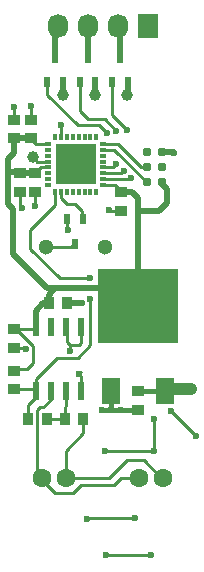
<source format=gtl>
G04 #@! TF.FileFunction,Copper,L1,Top,Signal*
%FSLAX46Y46*%
G04 Gerber Fmt 4.6, Leading zero omitted, Abs format (unit mm)*
G04 Created by KiCad (PCBNEW 4.0.2-4+6225~38~ubuntu15.10.1-stable) date Mon 28 Mar 2016 00:38:38 BST*
%MOMM*%
G01*
G04 APERTURE LIST*
%ADD10C,0.100000*%
%ADD11R,1.000000X0.950000*%
%ADD12R,0.950000X1.000000*%
%ADD13R,0.600000X1.550000*%
%ADD14C,1.600000*%
%ADD15C,0.787000*%
%ADD16R,1.727200X2.032000*%
%ADD17O,1.727200X2.032000*%
%ADD18C,1.300000*%
%ADD19R,6.740000X6.230000*%
%ADD20R,1.524000X2.280000*%
%ADD21R,0.600000X0.300000*%
%ADD22R,0.300000X0.600000*%
%ADD23R,2.000000X2.000000*%
%ADD24R,1.000000X1.000000*%
%ADD25C,0.600000*%
%ADD26R,3.450000X3.450000*%
%ADD27R,0.550000X0.850000*%
%ADD28C,1.000000*%
%ADD29C,0.250000*%
%ADD30C,0.500000*%
%ADD31C,0.400000*%
%ADD32C,1.000000*%
G04 APERTURE END LIST*
D10*
D11*
X117000000Y-95300000D03*
X117000000Y-93700000D03*
X117000000Y-77550000D03*
X117000000Y-75950000D03*
X118500000Y-77550000D03*
X118500000Y-75950000D03*
X118800000Y-80500000D03*
X118800000Y-82100000D03*
X126100000Y-82100000D03*
X126100000Y-83700000D03*
X127500000Y-98950000D03*
X127500000Y-100550000D03*
D12*
X119950000Y-91500000D03*
X121550000Y-91500000D03*
D13*
X118845000Y-98950000D03*
X120115000Y-98950000D03*
X121385000Y-98950000D03*
X122655000Y-98950000D03*
X122655000Y-93550000D03*
X121385000Y-93550000D03*
X120115000Y-93550000D03*
X118845000Y-93550000D03*
D14*
X119400000Y-106300000D03*
X121400000Y-106300000D03*
X127600000Y-106300000D03*
X129600000Y-106300000D03*
D15*
X129520000Y-81270000D03*
X128250000Y-81270000D03*
X129520000Y-80000000D03*
X128250000Y-80000000D03*
X129520000Y-78730000D03*
X128250000Y-78730000D03*
D16*
X128330000Y-68000000D03*
D17*
X125790000Y-68000000D03*
X123250000Y-68000000D03*
X120710000Y-68000000D03*
D11*
X117000000Y-97200000D03*
X117000000Y-98800000D03*
D18*
X124750000Y-86750000D03*
X119750000Y-86750000D03*
D19*
X127530000Y-91750000D03*
D20*
X125250000Y-98895000D03*
X129810000Y-98895000D03*
D21*
X119900000Y-78000000D03*
X119900000Y-78500000D03*
X119900000Y-79000000D03*
X119900000Y-79500000D03*
X119900000Y-80000000D03*
X119900000Y-80500000D03*
X119900000Y-81000000D03*
X119900000Y-81500000D03*
D22*
X120500000Y-82100000D03*
X121000000Y-82100000D03*
X121500000Y-82100000D03*
X122000000Y-82100000D03*
X122500000Y-82100000D03*
X123000000Y-82100000D03*
X123500000Y-82100000D03*
X124000000Y-82100000D03*
D21*
X124600000Y-81500000D03*
X124600000Y-81000000D03*
X124600000Y-80500000D03*
X124600000Y-80000000D03*
X124600000Y-79500000D03*
X124600000Y-79000000D03*
X124600000Y-78500000D03*
X124600000Y-78000000D03*
D22*
X124000000Y-77400000D03*
X123500000Y-77400000D03*
X123000000Y-77400000D03*
X122500000Y-77400000D03*
X122000000Y-77400000D03*
X121500000Y-77400000D03*
X121000000Y-77400000D03*
X120500000Y-77400000D03*
D23*
X122250000Y-79750000D03*
D24*
X122250000Y-79750000D03*
D25*
X121000000Y-78500000D03*
X121000000Y-81000000D03*
X123500000Y-78500000D03*
X123500000Y-81000000D03*
D26*
X122250000Y-79750000D03*
D27*
X125350000Y-72800000D03*
X126650000Y-72800000D03*
X126000000Y-70700000D03*
X122600000Y-72800000D03*
X123900000Y-72800000D03*
X123250000Y-70700000D03*
X119850000Y-72800000D03*
X121150000Y-72800000D03*
X120500000Y-70700000D03*
X122850000Y-84350000D03*
X121550000Y-84350000D03*
X122200000Y-86450000D03*
D11*
X117500000Y-80500000D03*
X117500000Y-82100000D03*
D28*
X118600000Y-79100000D03*
D12*
X121300000Y-101300000D03*
X122900000Y-101300000D03*
X118200000Y-101300000D03*
X119800000Y-101300000D03*
D25*
X124800000Y-112800000D03*
X128600000Y-112800000D03*
X123200000Y-109800000D03*
X127300000Y-109700000D03*
X128900000Y-101300000D03*
X128900000Y-104000000D03*
X130300000Y-100600000D03*
X132400000Y-102700000D03*
X124700000Y-104000000D03*
X118000000Y-95400000D03*
X121800000Y-95500000D03*
X121000000Y-76400000D03*
D28*
X126600000Y-73900000D03*
X123900000Y-73900000D03*
X121200000Y-73900000D03*
D25*
X118800000Y-83300000D03*
X117700000Y-83400000D03*
X118500000Y-74800000D03*
X117000000Y-74900000D03*
X130600000Y-78800000D03*
X125100000Y-83600000D03*
X121600000Y-85300000D03*
X122750000Y-91500000D03*
X124500000Y-100500000D03*
X125250000Y-100500000D03*
X126050000Y-100550000D03*
X122500000Y-97500000D03*
X132000000Y-98750000D03*
X123500000Y-89400000D03*
X123500000Y-91100000D03*
X126600000Y-76800000D03*
X126900000Y-80900000D03*
X125700000Y-76900000D03*
X126300000Y-80300000D03*
X125700000Y-79700000D03*
X124900000Y-77100000D03*
D29*
X124800000Y-112800000D02*
X128600000Y-112800000D01*
X127300000Y-109700000D02*
X123300000Y-109700000D01*
X123300000Y-109700000D02*
X123200000Y-109800000D01*
X124700000Y-104000000D02*
X128900000Y-104000000D01*
X128900000Y-101300000D02*
X128900000Y-104000000D01*
X130300000Y-100600000D02*
X132400000Y-102700000D01*
X117000000Y-95300000D02*
X117900000Y-95300000D01*
X117900000Y-95300000D02*
X118000000Y-95400000D01*
X121800000Y-95000000D02*
X121800000Y-95500000D01*
X121000000Y-77400000D02*
X121000000Y-76400000D01*
D30*
X126650000Y-72800000D02*
X126650000Y-73850000D01*
X126650000Y-73850000D02*
X126600000Y-73900000D01*
X123900000Y-72800000D02*
X123900000Y-73900000D01*
X121150000Y-72800000D02*
X121150000Y-73850000D01*
X121150000Y-73850000D02*
X121200000Y-73900000D01*
D29*
X118800000Y-82100000D02*
X118800000Y-83300000D01*
X117500000Y-82100000D02*
X117500000Y-83200000D01*
X117500000Y-83200000D02*
X117700000Y-83400000D01*
X118500000Y-75950000D02*
X118500000Y-74800000D01*
X117000000Y-75950000D02*
X117000000Y-74900000D01*
D30*
X129520000Y-78730000D02*
X130530000Y-78730000D01*
X130530000Y-78730000D02*
X130600000Y-78800000D01*
D29*
X126100000Y-83700000D02*
X125200000Y-83700000D01*
X125200000Y-83700000D02*
X125100000Y-83600000D01*
X121550000Y-84350000D02*
X121550000Y-85250000D01*
X121550000Y-85250000D02*
X121600000Y-85300000D01*
D30*
X121550000Y-91500000D02*
X122750000Y-91500000D01*
D31*
X125250000Y-100500000D02*
X125250000Y-98895000D01*
X125250000Y-100500000D02*
X124500000Y-100500000D01*
X126050000Y-100550000D02*
X125300000Y-100550000D01*
X125300000Y-100550000D02*
X125250000Y-100500000D01*
X127500000Y-100550000D02*
X126050000Y-100550000D01*
X125250000Y-99750000D02*
X125250000Y-98895000D01*
D29*
X122500000Y-95000000D02*
X122655000Y-94845000D01*
X122655000Y-94845000D02*
X122655000Y-93550000D01*
X121750000Y-95000000D02*
X121800000Y-95000000D01*
X121800000Y-95000000D02*
X122500000Y-95000000D01*
X121500000Y-94750000D02*
X121750000Y-95000000D01*
X121500000Y-94140000D02*
X121500000Y-94750000D01*
X121385000Y-93550000D02*
X121385000Y-94025000D01*
X121385000Y-94025000D02*
X121500000Y-94140000D01*
X122655000Y-97345000D02*
X122500000Y-97500000D01*
X122655000Y-98950000D02*
X122655000Y-97655000D01*
X122655000Y-97655000D02*
X122500000Y-97500000D01*
X117000000Y-93700000D02*
X117200000Y-93700000D01*
X117200000Y-93700000D02*
X118600000Y-95100000D01*
X118100000Y-97100000D02*
X117100000Y-97100000D01*
X118600000Y-96600000D02*
X118100000Y-97100000D01*
X118600000Y-95100000D02*
X118600000Y-96600000D01*
X117100000Y-97100000D02*
X117000000Y-97200000D01*
X124600000Y-81500000D02*
X125600000Y-81500000D01*
X125600000Y-81500000D02*
X126100000Y-82000000D01*
X126100000Y-82000000D02*
X126100000Y-82100000D01*
D30*
X127500000Y-83700000D02*
X127500000Y-82600000D01*
X127000000Y-82100000D02*
X126100000Y-82100000D01*
X127500000Y-82600000D02*
X127000000Y-82100000D01*
X127530000Y-83700000D02*
X127500000Y-83700000D01*
X127500000Y-83700000D02*
X129300000Y-83700000D01*
X130000000Y-81800000D02*
X129500000Y-81300000D01*
X130000000Y-83000000D02*
X130000000Y-81800000D01*
X129300000Y-83700000D02*
X130000000Y-83000000D01*
X129500000Y-81300000D02*
X129520000Y-81270000D01*
X127530000Y-91750000D02*
X127530000Y-83700000D01*
D29*
X119900000Y-78000000D02*
X118900000Y-78000000D01*
X118900000Y-78000000D02*
X118500000Y-77600000D01*
X118500000Y-77600000D02*
X118500000Y-77550000D01*
X119900000Y-80000000D02*
X119300000Y-80000000D01*
X119300000Y-80000000D02*
X118900000Y-80400000D01*
X118900000Y-80400000D02*
X118800000Y-80500000D01*
D30*
X117500000Y-80500000D02*
X118700000Y-80500000D01*
X118700000Y-80500000D02*
X118800000Y-80500000D01*
X116500000Y-80400000D02*
X117300000Y-80400000D01*
X117300000Y-80400000D02*
X117400000Y-80500000D01*
X117400000Y-80500000D02*
X117500000Y-80500000D01*
X117000000Y-77550000D02*
X118450000Y-77550000D01*
X118450000Y-77550000D02*
X118500000Y-77600000D01*
X118500000Y-77600000D02*
X118500000Y-77550000D01*
X116500000Y-82100000D02*
X116500000Y-80400000D01*
X116500000Y-80400000D02*
X116500000Y-79300000D01*
X117000000Y-78800000D02*
X117000000Y-77600000D01*
X116500000Y-79300000D02*
X117000000Y-78800000D01*
X117000000Y-77600000D02*
X117000000Y-77550000D01*
X120500000Y-90250000D02*
X119850000Y-90250000D01*
X116500000Y-83100000D02*
X116500000Y-82100000D01*
X116500000Y-82100000D02*
X116500000Y-82200000D01*
X116900000Y-83500000D02*
X116500000Y-83100000D01*
X116900000Y-87300000D02*
X116900000Y-83500000D01*
X119850000Y-90250000D02*
X116900000Y-87300000D01*
X120500000Y-90250000D02*
X120500000Y-90250000D01*
X120500000Y-90250000D02*
X126030000Y-90250000D01*
X126030000Y-90250000D02*
X127530000Y-91750000D01*
X119950000Y-90800000D02*
X120500000Y-90250000D01*
X119950000Y-91500000D02*
X119950000Y-90800000D01*
X118845000Y-92155000D02*
X119500000Y-91500000D01*
X119500000Y-91500000D02*
X119950000Y-91500000D01*
X118845000Y-93550000D02*
X118845000Y-92155000D01*
D29*
X117000000Y-93700000D02*
X118695000Y-93700000D01*
X118695000Y-93700000D02*
X118845000Y-93550000D01*
D31*
X127500000Y-98950000D02*
X127555000Y-98895000D01*
X127555000Y-98895000D02*
X129810000Y-98895000D01*
D32*
X132000000Y-98750000D02*
X129955000Y-98750000D01*
X129955000Y-98750000D02*
X129810000Y-98895000D01*
D29*
X130475000Y-98950000D02*
X130530000Y-98895000D01*
X118200000Y-101300000D02*
X118200000Y-100100000D01*
X118200000Y-100100000D02*
X118900000Y-99400000D01*
X118900000Y-99400000D02*
X118900000Y-99000000D01*
X118900000Y-99000000D02*
X118845000Y-98950000D01*
X118845000Y-98950000D02*
X118845000Y-97955000D01*
X120500000Y-83200000D02*
X120500000Y-82100000D01*
X118400000Y-85300000D02*
X120500000Y-83200000D01*
X118400000Y-86900000D02*
X118400000Y-85300000D01*
X120900000Y-89400000D02*
X118400000Y-86900000D01*
X123500000Y-89400000D02*
X120900000Y-89400000D01*
X123500000Y-95000000D02*
X123500000Y-91100000D01*
X122400000Y-96100000D02*
X123500000Y-95000000D01*
X120700000Y-96100000D02*
X122400000Y-96100000D01*
X118845000Y-97955000D02*
X120700000Y-96100000D01*
X117000000Y-98800000D02*
X118695000Y-98800000D01*
X118695000Y-98800000D02*
X118845000Y-98950000D01*
X116850000Y-98950000D02*
X116750000Y-99050000D01*
X120115000Y-98950000D02*
X120115000Y-99685000D01*
X120115000Y-99685000D02*
X119500000Y-100300000D01*
X119500000Y-100300000D02*
X119200000Y-100300000D01*
X119200000Y-100300000D02*
X119000000Y-100500000D01*
X119000000Y-100500000D02*
X119000000Y-105700000D01*
X119000000Y-105700000D02*
X119400000Y-106100000D01*
X119400000Y-106100000D02*
X119400000Y-106300000D01*
X127600000Y-106300000D02*
X126100000Y-106300000D01*
X120500000Y-107600000D02*
X119400000Y-106500000D01*
X122000000Y-107600000D02*
X120500000Y-107600000D01*
X122700000Y-106900000D02*
X122000000Y-107600000D01*
X125500000Y-106900000D02*
X122700000Y-106900000D01*
X126100000Y-106300000D02*
X125500000Y-106900000D01*
X119400000Y-106500000D02*
X119400000Y-106300000D01*
X127700000Y-106300000D02*
X127600000Y-106300000D01*
X119400000Y-106100000D02*
X119400000Y-106300000D01*
X121400000Y-106300000D02*
X121400000Y-104000000D01*
X122900000Y-102500000D02*
X122900000Y-101300000D01*
X121400000Y-104000000D02*
X122900000Y-102500000D01*
X121400000Y-106300000D02*
X125100000Y-106300000D01*
X128000000Y-104800000D02*
X129500000Y-106300000D01*
X126600000Y-104800000D02*
X128000000Y-104800000D01*
X125100000Y-106300000D02*
X126600000Y-104800000D01*
X129500000Y-106300000D02*
X129600000Y-106300000D01*
X121385000Y-106415000D02*
X121300000Y-106500000D01*
X121300000Y-106500000D02*
X121400000Y-106300000D01*
X130250000Y-106250000D02*
X130250000Y-106000000D01*
X128250000Y-81270000D02*
X128250000Y-81250000D01*
X128250000Y-81250000D02*
X125500000Y-78500000D01*
X125500000Y-78500000D02*
X124600000Y-78500000D01*
X124600000Y-78000000D02*
X125800000Y-78000000D01*
X127800000Y-80000000D02*
X128200000Y-80000000D01*
X125800000Y-78000000D02*
X127800000Y-80000000D01*
X128200000Y-80000000D02*
X128250000Y-80000000D01*
D30*
X126000000Y-70700000D02*
X126000000Y-68210000D01*
X126000000Y-68210000D02*
X125790000Y-68000000D01*
X123250000Y-70700000D02*
X123250000Y-68000000D01*
X120500000Y-70700000D02*
X120500000Y-68210000D01*
X120500000Y-68210000D02*
X120710000Y-68000000D01*
D29*
X119750000Y-86750000D02*
X121850000Y-86750000D01*
X121850000Y-86750000D02*
X122100000Y-86500000D01*
X122100000Y-86500000D02*
X122200000Y-86450000D01*
X121000000Y-82100000D02*
X121000000Y-82600000D01*
X122800000Y-83700000D02*
X122800000Y-84200000D01*
X122200000Y-83100000D02*
X122800000Y-83700000D01*
X121500000Y-83100000D02*
X122200000Y-83100000D01*
X121000000Y-82600000D02*
X121500000Y-83100000D01*
X122800000Y-84200000D02*
X122850000Y-84350000D01*
X125350000Y-72800000D02*
X125350000Y-75550000D01*
X125350000Y-75550000D02*
X126600000Y-76800000D01*
X126800000Y-81000000D02*
X124600000Y-81000000D01*
X126800000Y-81000000D02*
X126900000Y-80900000D01*
X123300000Y-75900000D02*
X124700000Y-75900000D01*
X124700000Y-75900000D02*
X125700000Y-76900000D01*
X122600000Y-75200000D02*
X123300000Y-75900000D01*
X122600000Y-72800000D02*
X122600000Y-75200000D01*
X126100000Y-80500000D02*
X124600000Y-80500000D01*
X126100000Y-80500000D02*
X126300000Y-80300000D01*
X122400000Y-76400000D02*
X124200000Y-76400000D01*
X124200000Y-76400000D02*
X124900000Y-77100000D01*
X119850000Y-73850000D02*
X122400000Y-76400000D01*
X119850000Y-72800000D02*
X119850000Y-73850000D01*
X125400000Y-80000000D02*
X125700000Y-79700000D01*
X125400000Y-80000000D02*
X124600000Y-80000000D01*
X119900000Y-79500000D02*
X119000000Y-79500000D01*
X119000000Y-79500000D02*
X118600000Y-79100000D01*
X119800000Y-101300000D02*
X121100000Y-101300000D01*
X121100000Y-101300000D02*
X121300000Y-101300000D01*
X121300000Y-101300000D02*
X121300000Y-100300000D01*
X121400000Y-100200000D02*
X121400000Y-98900000D01*
X121300000Y-100300000D02*
X121400000Y-100200000D01*
X121400000Y-98900000D02*
X121385000Y-98950000D01*
M02*

</source>
